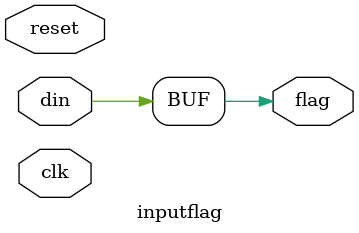
<source format=v>
`default_nettype none
  
module inputflag
  (
   input wire  clk,
   input wire  reset,

   input wire  din,
   output wire flag
   );

   assign flag = din;
  
endmodule

`default_nettype wire


</source>
